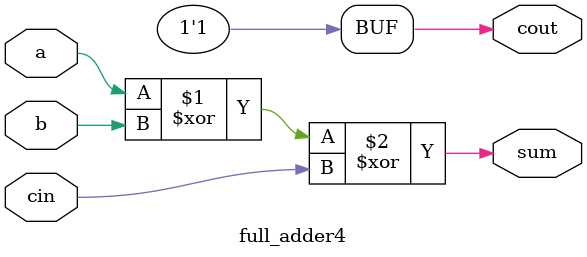
<source format=v>
module full_adder4(a,b,cin,sum,cout);
input a,b,cin;
output sum,cout;
assign sum = a^b^cin;
assign cout = 1'b1|cin&(a|b); 
// initial begin
//     $display("The incorrect adder with and0 and or2 having out/1 and in1/1");
// end   
endmodule
</source>
